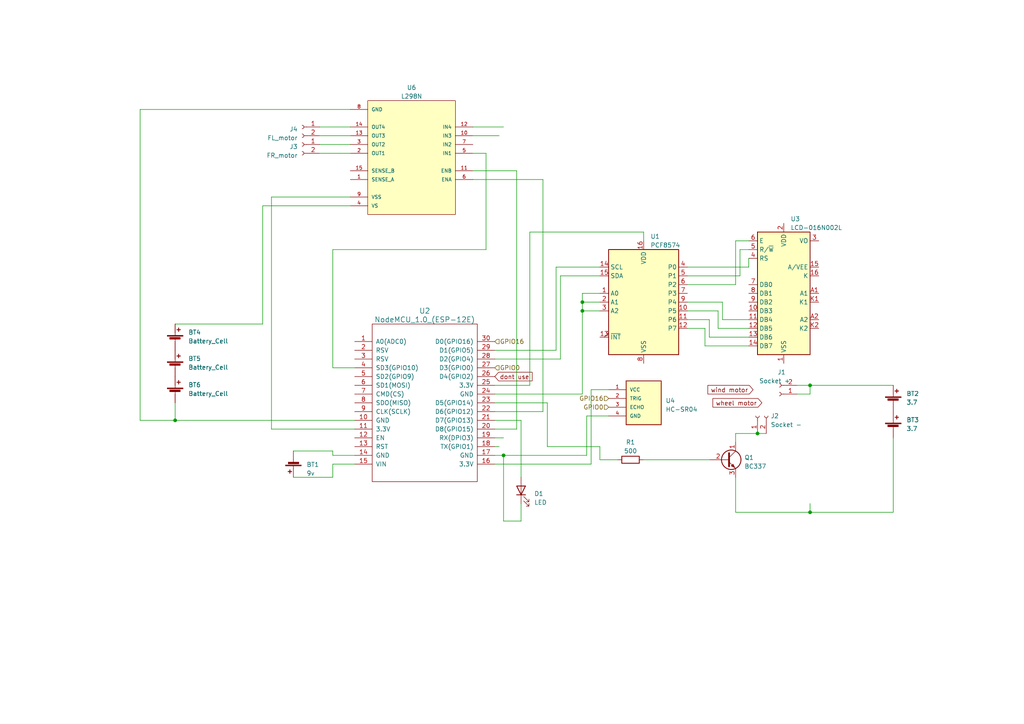
<source format=kicad_sch>
(kicad_sch (version 20230121) (generator eeschema)
  (paper "A4")
  (title_block (title "robot1") (date "2023-05-02") (rev "-") (company "aelde-eggs"))
  (lib_symbols
    (symbol "Connector:Conn_01x02_Socket" (pin_names (offset 1.016) hide)
      (property "Reference" "J" (at 0 2.54 0))
      (property "Value" "Conn_01x02_Socket" (at 0 -5.08 0))
      (symbol "Conn_01x02_Socket_1_1"
        (arc (start 0 -2.032) (mid -0.5058 -2.54) (end 0 -3.048) (stroke (width 0.1524)))
        (polyline (pts (xy -1.27 -2.54) (xy -0.508 -2.54)) (stroke (width 0.1524)))
        (polyline (pts (xy -1.27 0) (xy -0.508 0)) (stroke (width 0.1524)))
        (arc (start 0 0.508) (mid -0.5058 0) (end 0 -0.508) (stroke (width 0.1524)))
        (pin passive line (at -5.08 0 0) (length 3.81) (name "Pin_1") (number "1"))
        (pin passive line (at -5.08 -2.54 0) (length 3.81) (name "Pin_2") (number "2"))
      )
    )
    (symbol "Device:Battery_Cell" (pin_numbers hide) (pin_names (offset 0) hide)
      (property "Reference" "BT" (at 2.54 2.54 0))
      (property "Value" "Battery_Cell" (at 2.54 0 0))
      (symbol "Battery_Cell_0_1"
        (rectangle (start -2.286 1.778) (end 2.286 1.524) (fill (type outline)))
        (rectangle (start -1.5748 1.1938) (end 1.4732 0.6858) (fill (type outline)))
        (polyline (pts (xy 0 0.762) (xy 0 0)))
        (polyline (pts (xy 0 1.778) (xy 0 2.54)))
        (polyline (pts (xy 0.508 3.429) (xy 1.524 3.429)) (stroke (width 0.254)))
        (polyline (pts (xy 1.016 3.937) (xy 1.016 2.921)) (stroke (width 0.254)))
      )
      (symbol "Battery_Cell_1_1"
        (pin passive line (at 0 5.08 270) (length 2.54) (name "+") (number "1"))
        (pin passive line (at 0 -2.54 90) (length 2.54) (name "-") (number "2"))
      )
    )
    (symbol "Device:LED" (pin_numbers hide) (pin_names (offset 1.016) hide)
      (property "Reference" "D" (at 0 2.54 0))
      (property "Value" "LED" (at 0 -2.54 0))
      (symbol "LED_0_1"
        (polyline (pts (xy -1.27 -1.27) (xy -1.27 1.27)) (stroke (width 0.254)))
        (polyline (pts (xy -1.27 0) (xy 1.27 0)))
        (polyline (pts (xy 1.27 -1.27) (xy 1.27 1.27) (xy -1.27 0) (xy 1.27 -1.27)) (stroke (width 0.254)))
        (polyline (pts (xy -3.048 -0.762) (xy -4.572 -2.286) (xy -3.81 -2.286) (xy -4.572 -2.286) (xy -4.572 -1.524)))
        (polyline (pts (xy -1.778 -0.762) (xy -3.302 -2.286) (xy -2.54 -2.286) (xy -3.302 -2.286) (xy -3.302 -1.524)))
      )
      (symbol "LED_1_1"
        (pin passive line (at -3.81 0 0) (length 2.54) (name "K") (number "1"))
        (pin passive line (at 3.81 0 180) (length 2.54) (name "A") (number "2"))
      )
    )
    (symbol "Device:R" (pin_numbers hide) (pin_names (offset 0))
      (property "Reference" "R" (at 2.032 0 90))
      (property "Value" "R" (at 0 0 90))
      (symbol "R_0_1"
        (rectangle (start -1.016 -2.54) (end 1.016 2.54) (stroke (width 0.254)))
      )
      (symbol "R_1_1"
        (pin passive line (at 0 3.81 270) (length 1.27) (name "~") (number "1"))
        (pin passive line (at 0 -3.81 90) (length 1.27) (name "~") (number "2"))
      )
    )
    (symbol "Display_Character:LCD-016N002L"
      (property "Reference" "U" (at -6.35 18.796 0))
      (property "Value" "LCD-016N002L" (at 8.636 18.796 0))
      (symbol "LCD-016N002L_1_1"
        (rectangle (start -7.62 17.78) (end 7.62 -17.78) (stroke (width 0.254)) (fill (type background)))
        (pin power_in line (at 0 -20.32 90) (length 2.54) (name "VSS") (number "1"))
        (pin bidirectional line (at -10.16 -5.08 0) (length 2.54) (name "DB3") (number "10"))
        (pin bidirectional line (at -10.16 -7.62 0) (length 2.54) (name "DB4") (number "11"))
        (pin bidirectional line (at -10.16 -10.16 0) (length 2.54) (name "DB5") (number "12"))
        (pin bidirectional line (at -10.16 -12.7 0) (length 2.54) (name "DB6") (number "13"))
        (pin bidirectional line (at -10.16 -15.24 0) (length 2.54) (name "DB7") (number "14"))
        (pin power_in line (at 10.16 7.62 180) (length 2.54) (name "A/VEE") (number "15"))
        (pin power_in line (at 10.16 5.08 180) (length 2.54) (name "K") (number "16"))
        (pin power_in line (at 0 20.32 270) (length 2.54) (name "VDD") (number "2"))
        (pin input line (at 10.16 15.24 180) (length 2.54) (name "VO") (number "3"))
        (pin input line (at -10.16 10.16 0) (length 2.54) (name "RS") (number "4"))
        (pin input line (at -10.16 12.7 0) (length 2.54) (name "R/~{W}") (number "5"))
        (pin input line (at -10.16 15.24 0) (length 2.54) (name "E") (number "6"))
        (pin bidirectional line (at -10.16 2.54 0) (length 2.54) (name "DB0") (number "7"))
        (pin bidirectional line (at -10.16 0 0) (length 2.54) (name "DB1") (number "8"))
        (pin bidirectional line (at -10.16 -2.54 0) (length 2.54) (name "DB2") (number "9"))
        (pin power_in line (at 10.16 0 180) (length 2.54) (name "A1") (number "A1"))
        (pin power_in line (at 10.16 -7.62 180) (length 2.54) (name "A2") (number "A2"))
        (pin power_in line (at 10.16 -2.54 180) (length 2.54) (name "K1") (number "K1"))
        (pin power_in line (at 10.16 -10.16 180) (length 2.54) (name "K2") (number "K2"))
      )
    )
    (symbol "ESP8266:NodeMCU_1.0_(ESP-12E)" (pin_names (offset 1.016))
      (property "Reference" "U" (at 0 21.59 0))
      (property "Value" "NodeMCU_1.0_(ESP-12E)" (at 0 -21.59 0))
      (symbol "NodeMCU_1.0_(ESP-12E)_0_1"
        (rectangle (start -15.24 -22.86) (end 15.24 22.86))
      )
      (symbol "NodeMCU_1.0_(ESP-12E)_1_1"
        (pin input line (at -20.32 17.78 0) (length 5.08) (name "A0(ADC0)") (number "1"))
        (pin input line (at -20.32 -5.08 0) (length 5.08) (name "GND") (number "10"))
        (pin power_out line (at -20.32 -7.62 0) (length 5.08) (name "3.3V") (number "11"))
        (pin input line (at -20.32 -10.16 0) (length 5.08) (name "EN") (number "12"))
        (pin input line (at -20.32 -12.7 0) (length 5.08) (name "RST") (number "13"))
        (pin power_in line (at -20.32 -15.24 0) (length 5.08) (name "GND") (number "14"))
        (pin power_in line (at -20.32 -17.78 0) (length 5.08) (name "VIN") (number "15"))
        (pin power_out line (at 20.32 -17.78 180) (length 5.08) (name "3.3V") (number "16"))
        (pin power_in line (at 20.32 -15.24 180) (length 5.08) (name "GND") (number "17"))
        (pin bidirectional line (at 20.32 -12.7 180) (length 5.08) (name "TX(GPIO1)") (number "18"))
        (pin bidirectional line (at 20.32 -10.16 180) (length 5.08) (name "RX(DPIO3)") (number "19"))
        (pin input line (at -20.32 15.24 0) (length 5.08) (name "RSV") (number "2"))
        (pin bidirectional line (at 20.32 -7.62 180) (length 5.08) (name "D8(GPIO15)") (number "20"))
        (pin bidirectional line (at 20.32 -5.08 180) (length 5.08) (name "D7(GPIO13)") (number "21"))
        (pin bidirectional line (at 20.32 -2.54 180) (length 5.08) (name "D6(GPIO12)") (number "22"))
        (pin bidirectional line (at 20.32 0 180) (length 5.08) (name "D5(GPIO14)") (number "23"))
        (pin power_in line (at 20.32 2.54 180) (length 5.08) (name "GND") (number "24"))
        (pin power_out line (at 20.32 5.08 180) (length 5.08) (name "3.3V") (number "25"))
        (pin bidirectional line (at 20.32 7.62 180) (length 5.08) (name "D4(GPIO2)") (number "26"))
        (pin bidirectional line (at 20.32 10.16 180) (length 5.08) (name "D3(GPIO0)") (number "27"))
        (pin bidirectional line (at 20.32 12.7 180) (length 5.08) (name "D2(GPIO4)") (number "28"))
        (pin bidirectional line (at 20.32 15.24 180) (length 5.08) (name "D1(GPIO5)") (number "29"))
        (pin input line (at -20.32 12.7 0) (length 5.08) (name "RSV") (number "3"))
        (pin bidirectional line (at 20.32 17.78 180) (length 5.08) (name "D0(GPIO16)") (number "30"))
        (pin bidirectional line (at -20.32 10.16 0) (length 5.08) (name "SD3(GPIO10)") (number "4"))
        (pin bidirectional line (at -20.32 7.62 0) (length 5.08) (name "SD2(GPIO9)") (number "5"))
        (pin bidirectional line (at -20.32 5.08 0) (length 5.08) (name "SD1(MOSI)") (number "6"))
        (pin bidirectional line (at -20.32 2.54 0) (length 5.08) (name "CMD(CS)") (number "7"))
        (pin bidirectional line (at -20.32 0 0) (length 5.08) (name "SDO(MISO)") (number "8"))
        (pin bidirectional line (at -20.32 -2.54 0) (length 5.08) (name "CLK(SCLK)") (number "9"))
      )
    )
    (symbol "HC-SR04:HC-SR04" (pin_names (offset 1.016))
      (property "Reference" "U" (at 0 5.0813 0))
      (property "Value" "HC-SR04" (at 0 -10.163 0))
      (symbol "HC-SR04_0_0"
        (rectangle (start 0 -7.62) (end 10.16 5.08) (stroke (width 0.254)) (fill (type background)))
        (pin power_in line (at -5.08 2.54 0) (length 5.08) (name "VCC") (number "1"))
        (pin bidirectional line (at -5.08 0 0) (length 5.08) (name "TRIG") (number "2"))
        (pin bidirectional line (at -5.08 -2.54 0) (length 5.08) (name "ECHO") (number "3"))
        (pin power_in line (at -5.08 -5.08 0) (length 5.08) (name "GND") (number "4"))
      )
    )
    (symbol "Interface_Expansion:PCF8574"
      (property "Reference" "U" (at -8.89 16.51 0))
      (property "Value" "PCF8574" (at 2.54 16.51 0))
      (symbol "PCF8574_0_1"
        (rectangle (start -10.16 15.24) (end 10.16 -15.24) (stroke (width 0.254)) (fill (type background)))
      )
      (symbol "PCF8574_1_1"
        (pin input line (at -12.7 2.54 0) (length 2.54) (name "A0") (number "1"))
        (pin bidirectional line (at 12.7 -2.54 180) (length 2.54) (name "P5") (number "10"))
        (pin bidirectional line (at 12.7 -5.08 180) (length 2.54) (name "P6") (number "11"))
        (pin bidirectional line (at 12.7 -7.62 180) (length 2.54) (name "P7") (number "12"))
        (pin open_collector output_low (at -12.7 -10.16 0) (length 2.54) (name "~{INT}") (number "13"))
        (pin input line (at -12.7 10.16 0) (length 2.54) (name "SCL") (number "14"))
        (pin bidirectional line (at -12.7 7.62 0) (length 2.54) (name "SDA") (number "15"))
        (pin power_in line (at 0 17.78 270) (length 2.54) (name "VDD") (number "16"))
        (pin input line (at -12.7 0 0) (length 2.54) (name "A1") (number "2"))
        (pin input line (at -12.7 -2.54 0) (length 2.54) (name "A2") (number "3"))
        (pin bidirectional line (at 12.7 10.16 180) (length 2.54) (name "P0") (number "4"))
        (pin bidirectional line (at 12.7 7.62 180) (length 2.54) (name "P1") (number "5"))
        (pin bidirectional line (at 12.7 5.08 180) (length 2.54) (name "P2") (number "6"))
        (pin bidirectional line (at 12.7 2.54 180) (length 2.54) (name "P3") (number "7"))
        (pin power_in line (at 0 -17.78 90) (length 2.54) (name "VSS") (number "8"))
        (pin bidirectional line (at 12.7 0 180) (length 2.54) (name "P4") (number "9"))
      )
    )
    (symbol "L298N:L298N" (pin_names (offset 1.016))
      (property "Reference" "U" (at -12.7 20.32 0))
      (property "Value" "L298N" (at -12.7 -20.32 0))
      (symbol "L298N_0_0"
        (rectangle (start -12.7 -15.24) (end 12.7 17.78) (stroke (width 0.1524)) (fill (type background)))
        (pin passive line (at 17.78 7.62 180) (length 5.08) (name "SENSE_A") (number "1"))
        (pin input line (at -17.78 -5.08 0) (length 5.08) (name "IN3") (number "10"))
        (pin input line (at -17.78 5.08 0) (length 5.08) (name "ENB") (number "11"))
        (pin input line (at -17.78 -7.62 0) (length 5.08) (name "IN4") (number "12"))
        (pin output line (at 17.78 -5.08 180) (length 5.08) (name "OUT3") (number "13"))
        (pin output line (at 17.78 -7.62 180) (length 5.08) (name "OUT4") (number "14"))
        (pin passive line (at 17.78 5.08 180) (length 5.08) (name "SENSE_B") (number "15"))
        (pin output line (at 17.78 0 180) (length 5.08) (name "OUT1") (number "2"))
        (pin output line (at 17.78 -2.54 180) (length 5.08) (name "OUT2") (number "3"))
        (pin power_in line (at 17.78 15.24 180) (length 5.08) (name "VS") (number "4"))
        (pin input line (at -17.78 0 0) (length 5.08) (name "IN1") (number "5"))
        (pin input line (at -17.78 7.62 0) (length 5.08) (name "ENA") (number "6"))
        (pin input line (at -17.78 -2.54 0) (length 5.08) (name "IN2") (number "7"))
        (pin power_in line (at 17.78 -12.7 180) (length 5.08) (name "GND") (number "8"))
        (pin input line (at 17.78 12.7 180) (length 5.08) (name "VSS") (number "9"))
      )
    )
    (symbol "Transistor_BJT:BC337" (pin_names (offset 0) hide)
      (property "Reference" "Q" (at 5.08 1.905 0))
      (property "Value" "BC337" (at 5.08 0 0))
      (symbol "BC337_0_1"
        (polyline (pts (xy 0 0) (xy 0.635 0)))
        (polyline (pts (xy 0.635 0.635) (xy 2.54 2.54)))
        (polyline (pts (xy 0.635 -0.635) (xy 2.54 -2.54) (xy 2.54 -2.54)))
        (polyline (pts (xy 0.635 1.905) (xy 0.635 -1.905) (xy 0.635 -1.905)) (stroke (width 0.508)))
        (polyline (pts (xy 1.27 -1.778) (xy 1.778 -1.27) (xy 2.286 -2.286) (xy 1.27 -1.778) (xy 1.27 -1.778)) (fill (type outline)))
        (circle (center 1.27 0) (radius 2.8194) (stroke (width 0.254)))
      )
      (symbol "BC337_1_1"
        (pin passive line (at 2.54 5.08 270) (length 2.54) (name "C") (number "1"))
        (pin input line (at -5.08 0 0) (length 5.08) (name "B") (number "2"))
        (pin passive line (at 2.54 -5.08 90) (length 2.54) (name "E") (number "3"))
      )
    )
  )
  (junction (at 168.91 90.17))
  (junction (at 219.71 125.73))
  (junction (at 50.8 121.92))
  (junction (at 234.95 148.59))
  (junction (at 234.95 111.76))
  (junction (at 146.05 132.08))
  (junction (at 168.91 87.63))
  (wire (pts (xy 157.48 52.07) (xy 157.48 119.38)))
  (wire (pts (xy 153.67 111.76) (xy 153.67 67.31)))
  (wire (pts (xy 146.05 36.83) (xy 137.16 36.83)))
  (wire (pts (xy 96.52 72.39) (xy 140.97 72.39)))
  (wire (pts (xy 140.97 44.45) (xy 137.16 44.45)))
  (wire (pts (xy 149.86 49.53) (xy 149.86 124.46)))
  (wire (pts (xy 40.64 121.92) (xy 50.8 121.92)))
  (wire (pts (xy 186.69 133.35) (xy 205.74 133.35)))
  (wire (pts (xy 96.52 130.81) (xy 96.52 132.08)))
  (wire (pts (xy 143.51 134.62) (xy 171.45 134.62)))
  (wire (pts (xy 96.52 138.43) (xy 96.52 134.62)))
  (wire (pts (xy 96.52 134.62) (xy 102.87 134.62)))
  (wire (pts (xy 234.95 111.76) (xy 259.08 111.76)))
  (wire (pts (xy 151.13 121.92) (xy 143.51 121.92)))
  (wire (pts (xy 146.05 132.08) (xy 146.05 151.13)))
  (wire (pts (xy 219.71 125.73) (xy 222.25 125.73)))
  (wire (pts (xy 213.36 82.55) (xy 213.36 69.85)))
  (wire (pts (xy 40.64 31.75) (xy 40.64 121.92)))
  (wire (pts (xy 199.39 95.25) (xy 204.47 95.25)))
  (wire (pts (xy 143.51 129.54) (xy 144.78 129.54)))
  (wire (pts (xy 173.99 129.54) (xy 173.99 133.35)))
  (wire (pts (xy 204.47 95.25) (xy 204.47 100.33)))
  (wire (pts (xy 209.55 87.63) (xy 209.55 92.71)))
  (wire (pts (xy 149.86 124.46) (xy 143.51 124.46)))
  (wire (pts (xy 208.28 90.17) (xy 208.28 95.25)))
  (wire (pts (xy 143.51 127) (xy 146.05 127)))
  (wire (pts (xy 50.8 93.98) (xy 76.2 93.98)))
  (wire (pts (xy 234.95 111.76) (xy 234.95 114.3)))
  (wire (pts (xy 85.09 130.81) (xy 96.52 130.81)))
  (wire (pts (xy 143.51 116.84) (xy 158.75 116.84)))
  (wire (pts (xy 205.74 97.79) (xy 217.17 97.79)))
  (wire (pts (xy 143.51 119.38) (xy 157.48 119.38)))
  (wire (pts (xy 85.09 138.43) (xy 96.52 138.43)))
  (wire (pts (xy 137.16 52.07) (xy 157.48 52.07)))
  (wire (pts (xy 162.56 80.01) (xy 173.99 80.01)))
  (wire (pts (xy 92.71 36.83) (xy 101.6 36.83)))
  (wire (pts (xy 213.36 148.59) (xy 234.95 148.59)))
  (wire (pts (xy 199.39 77.47) (xy 217.17 77.47)))
  (wire (pts (xy 153.67 67.31) (xy 186.69 67.31)))
  (wire (pts (xy 92.71 39.37) (xy 101.6 39.37)))
  (wire (pts (xy 78.74 124.46) (xy 102.87 124.46)))
  (wire (pts (xy 92.71 44.45) (xy 101.6 44.45)))
  (wire (pts (xy 199.39 87.63) (xy 209.55 87.63)))
  (wire (pts (xy 259.08 148.59) (xy 234.95 148.59)))
  (wire (pts (xy 217.17 77.47) (xy 217.17 74.93)))
  (wire (pts (xy 168.91 90.17) (xy 168.91 114.3)))
  (wire (pts (xy 213.36 69.85) (xy 217.17 69.85)))
  (wire (pts (xy 213.36 128.27) (xy 213.36 125.73)))
  (wire (pts (xy 40.64 31.75) (xy 101.6 31.75)))
  (wire (pts (xy 213.36 125.73) (xy 219.71 125.73)))
  (wire (pts (xy 168.91 87.63) (xy 168.91 90.17)))
  (wire (pts (xy 170.18 120.65) (xy 176.53 120.65)))
  (wire (pts (xy 161.29 101.6) (xy 161.29 77.47)))
  (wire (pts (xy 199.39 80.01) (xy 214.63 80.01)))
  (wire (pts (xy 231.14 111.76) (xy 234.95 111.76)))
  (wire (pts (xy 78.74 57.15) (xy 78.74 124.46)))
  (wire (pts (xy 151.13 138.43) (xy 151.13 121.92)))
  (wire (pts (xy 50.8 116.84) (xy 50.8 121.92)))
  (wire (pts (xy 143.51 111.76) (xy 153.67 111.76)))
  (wire (pts (xy 92.71 41.91) (xy 101.6 41.91)))
  (wire (pts (xy 151.13 151.13) (xy 151.13 146.05)))
  (wire (pts (xy 78.74 57.15) (xy 101.6 57.15)))
  (wire (pts (xy 214.63 80.01) (xy 214.63 72.39)))
  (wire (pts (xy 170.18 132.08) (xy 170.18 120.65)))
  (wire (pts (xy 204.47 100.33) (xy 217.17 100.33)))
  (wire (pts (xy 76.2 59.69) (xy 76.2 93.98)))
  (wire (pts (xy 161.29 77.47) (xy 173.99 77.47)))
  (wire (pts (xy 171.45 134.62) (xy 171.45 113.03)))
  (wire (pts (xy 76.2 59.69) (xy 101.6 59.69)))
  (wire (pts (xy 158.75 116.84) (xy 158.75 129.54)))
  (wire (pts (xy 173.99 85.09) (xy 168.91 85.09)))
  (wire (pts (xy 143.51 104.14) (xy 162.56 104.14)))
  (wire (pts (xy 213.36 138.43) (xy 213.36 148.59)))
  (wire (pts (xy 168.91 90.17) (xy 173.99 90.17)))
  (wire (pts (xy 146.05 132.08) (xy 170.18 132.08)))
  (wire (pts (xy 146.05 151.13) (xy 151.13 151.13)))
  (wire (pts (xy 199.39 92.71) (xy 205.74 92.71)))
  (wire (pts (xy 143.51 101.6) (xy 161.29 101.6)))
  (wire (pts (xy 144.78 39.37) (xy 137.16 39.37)))
  (wire (pts (xy 186.69 67.31) (xy 186.69 69.85)))
  (wire (pts (xy 168.91 87.63) (xy 173.99 87.63)))
  (wire (pts (xy 214.63 72.39) (xy 217.17 72.39)))
  (wire (pts (xy 173.99 133.35) (xy 179.07 133.35)))
  (wire (pts (xy 158.75 129.54) (xy 173.99 129.54)))
  (wire (pts (xy 102.87 106.68) (xy 96.52 106.68)))
  (wire (pts (xy 143.51 132.08) (xy 146.05 132.08)))
  (wire (pts (xy 171.45 113.03) (xy 176.53 113.03)))
  (wire (pts (xy 162.56 104.14) (xy 162.56 80.01)))
  (wire (pts (xy 96.52 72.39) (xy 96.52 106.68)))
  (wire (pts (xy 234.95 148.59) (xy 234.95 146.05)))
  (wire (pts (xy 96.52 132.08) (xy 102.87 132.08)))
  (wire (pts (xy 208.28 95.25) (xy 217.17 95.25)))
  (wire (pts (xy 205.74 92.71) (xy 205.74 97.79)))
  (wire (pts (xy 234.95 114.3) (xy 231.14 114.3)))
  (wire (pts (xy 259.08 127) (xy 259.08 148.59)))
  (wire (pts (xy 168.91 85.09) (xy 168.91 87.63)))
  (wire (pts (xy 140.97 72.39) (xy 140.97 44.45)))
  (wire (pts (xy 50.8 121.92) (xy 102.87 121.92)))
  (wire (pts (xy 199.39 90.17) (xy 208.28 90.17)))
  (wire (pts (xy 137.16 49.53) (xy 149.86 49.53)))
  (wire (pts (xy 199.39 82.55) (xy 213.36 82.55)))
  (wire (pts (xy 168.91 114.3) (xy 143.51 114.3)))
  (wire (pts (xy 209.55 92.71) (xy 217.17 92.71)))
  (global_label "wind motor" (shape input) (at 218.44 113.03 180) (property "Intersheetrefs" "${INTERSHEET_REFS}" (effects hide)))
  (global_label "wheel motor" (shape input) (at 220.98 116.84 180) (property "Intersheetrefs" "${INTERSHEET_REFS}" (effects hide)))
  (global_label "dont use" (shape input) (at 143.51 109.22 0) (property "Intersheetrefs" "${INTERSHEET_REFS}" (effects hide)))
  (hierarchical_label "GPIO16" (shape input) (at 143.51 99.06 0))
  (hierarchical_label "GPIO0" (shape input) (at 143.51 106.68 0))
  (hierarchical_label "GPIO0" (shape input) (at 176.53 118.11 180))
  (hierarchical_label "GPIO16" (shape input) (at 176.53 115.57 180))
  (symbol (lib_id "Connector:Conn_01x02_Socket") (at 87.63 36.83 0) (mirror y) (unit 1)
    (property "Reference" "J4" (at 86.36 37.465 0) (effects (justify left)))
    (property "Value" "FL_motor" (at 86.36 40.005 0) (effects (justify left)))
    (property "Footprint" "Connector_PinSocket_1.00mm:PinSocket_1x02_P1.00mm_Vertical_SMD_Pin1Left" (effects hide))
  )
  (symbol (lib_id "Display_Character:LCD-016N002L") (at 227.33 85.09 0) (unit 1)
    (property "Reference" "U3" (at 229.2859 63.5 0) (effects (justify left)))
    (property "Value" "LCD-016N002L" (at 229.2859 66.04 0) (effects (justify left)))
    (property "Footprint" "Display:LCD-016N002L" (effects hide))
    (property "Datasheet" "http://www.vishay.com/docs/37299/37299.pdf" (effects hide))
  )
  (symbol (lib_id "ESP8266:NodeMCU_1.0_(ESP-12E)") (at 123.19 116.84 0) (unit 1)
    (property "Reference" "U2" (at 123.19 90.17 0) (effects (font (size 1.524 1.524))))
    (property "Value" "NodeMCU_1.0_(ESP-12E)" (at 123.19 92.71 0) (effects (font (size 1.524 1.524))))
    (property "Footprint" "ESP8266:NodeMCU-LoLinV3" (effects hide))
  )
  (symbol (lib_id "Device:R") (at 182.88 133.35 90) (unit 1)
    (property "Reference" "R1" (at 182.88 128.27 90))
    (property "Value" "500" (at 182.88 130.81 90))
    (property "Footprint" "Resistor_THT:R_Axial_DIN0204_L3.6mm_D1.6mm_P2.54mm_Vertical" (effects hide))
  )
  (symbol (lib_id "Device:Battery_Cell") (at 259.08 116.84 0) (unit 1)
    (property "Reference" "BT2" (at 262.89 114.173 0) (effects (justify left)))
    (property "Value" "3.7" (at 262.89 116.713 0) (effects (justify left)))
    (property "Footprint" "Battery:BatteryHolder_Keystone_1042_1x18650" (effects hide))
  )
  (symbol (lib_id "L298N:L298N") (at 119.38 44.45 180) (unit 1)
    (property "Reference" "U6" (at 119.38 25.4 0))
    (property "Value" "L298N" (at 119.38 27.94 0))
    (property "Footprint" "Package_TO_SOT_THT:TO-220-15_P2.54x2.54mm_StaggerEven_Lead4.58mm_Vertical" (effects hide))
    (property "STANDARD" "IPC-7351B" (effects hide))
    (property "MAXIMUM_PACKAGE_HEIGHT" "5.0mm" (effects hide))
    (property "MANUFACTURER" "STMicroelectronics" (effects hide))
  )
  (symbol (lib_id "Connector:Conn_01x02_Socket") (at 219.71 120.65 90) (unit 1)
    (property "Reference" "J2" (at 223.52 120.65 90) (effects (justify right)))
    (property "Value" "Socket -" (at 223.52 123.19 90) (effects (justify right)))
    (property "Footprint" "Connector_PinSocket_1.00mm:PinSocket_1x02_P1.00mm_Vertical_SMD_Pin1Left" (effects hide))
  )
  (symbol (lib_id "Device:Battery_Cell") (at 50.8 106.68 0) (unit 1)
    (property "Reference" "BT5" (at 54.61 104.013 0) (effects (justify left)))
    (property "Value" "Battery_Cell" (at 54.61 106.553 0) (effects (justify left)))
    (property "Footprint" "Battery:BatteryHolder_Keystone_1042_1x18650" (effects hide))
  )
  (symbol (lib_id "Connector:Conn_01x02_Socket") (at 226.06 114.3 180) (unit 1)
    (property "Reference" "J1" (at 226.695 107.95 0))
    (property "Value" "Socket +" (at 224.695 110.49 0))
    (property "Footprint" "Connector_PinSocket_1.00mm:PinSocket_1x02_P1.00mm_Vertical_SMD_Pin1Left" (effects hide))
  )
  (symbol (lib_id "Transistor_BJT:BC337") (at 210.82 133.35 0) (unit 1)
    (property "Reference" "Q1" (at 215.9 132.715 0) (effects (justify left)))
    (property "Value" "BC337" (at 215.9 135.255 0) (effects (justify left)))
    (property "Footprint" "Package_TO_SOT_THT:TO-92_Inline" (effects hide))
    (property "Datasheet" "https://diotec.com/tl_files/diotec/files/pdf/datasheets/bc337.pdf" (effects hide))
  )
  (symbol (lib_id "Device:Battery_Cell") (at 85.09 133.35 180) (unit 1)
    (property "Reference" "BT1" (at 88.9 134.747 0) (effects (justify right)))
    (property "Value" "9v" (at 88.9 137.287 0) (effects (justify right)))
    (property "Footprint" "Battery:BatteryHolder_Eagle_12BH611-GR" (effects hide))
  )
  (symbol (lib_id "Interface_Expansion:PCF8574") (at 186.69 87.63 0) (unit 1)
    (property "Reference" "U1" (at 188.6459 68.58 0) (effects (justify left)))
    (property "Value" "PCF8574" (at 188.6459 71.12 0) (effects (justify left)))
    (property "Footprint" "PCF8574:DIL16" (effects hide))
    (property "Datasheet" "http://www.nxp.com/documents/data_sheet/PCF8574_PCF8574A.pdf" (effects hide))
  )
  (symbol (lib_id "Device:Battery_Cell") (at 50.8 99.06 0) (unit 1)
    (property "Reference" "BT4" (at 54.61 96.393 0) (effects (justify left)))
    (property "Value" "Battery_Cell" (at 54.61 98.933 0) (effects (justify left)))
    (property "Footprint" "Battery:BatteryHolder_Keystone_1042_1x18650" (effects hide))
  )
  (symbol (lib_id "Connector:Conn_01x02_Socket") (at 87.63 41.91 0) (mirror y) (unit 1)
    (property "Reference" "J3" (at 86.36 42.545 0) (effects (justify left)))
    (property "Value" "FR_motor" (at 86.36 45.085 0) (effects (justify left)))
    (property "Footprint" "Connector_PinSocket_1.00mm:PinSocket_1x02_P1.00mm_Vertical_SMD_Pin1Left" (effects hide))
  )
  (symbol (lib_id "Device:LED") (at 151.13 142.24 90) (unit 1)
    (property "Reference" "D1" (at 154.94 143.1925 90) (effects (justify right)))
    (property "Value" "LED" (at 154.94 145.7325 90) (effects (justify right)))
    (property "Footprint" "LED_THT:LED_D3.0mm_Horizontal_O1.27mm_Z2.0mm" (effects hide))
  )
  (symbol (lib_id "Device:Battery_Cell") (at 50.8 114.3 0) (unit 1)
    (property "Reference" "BT6" (at 54.61 111.633 0) (effects (justify left)))
    (property "Value" "Battery_Cell" (at 54.61 114.173 0) (effects (justify left)))
    (property "Footprint" "Battery:BatteryHolder_Keystone_1042_1x18650" (effects hide))
  )
  (symbol (lib_id "HC-SR04:HC-SR04") (at 181.61 115.57 0) (unit 1)
    (property "Reference" "U4" (at 193.04 116.205 0) (effects (justify left)))
    (property "Value" "HC-SR04" (at 193.04 118.745 0) (effects (justify left)))
    (property "Footprint" "HC-SR04:HC-SR04" (effects hide))
    (property "MANUFACTURER" "Osepp" (effects hide))
  )
  (symbol (lib_id "Device:Battery_Cell") (at 259.08 124.46 0) (unit 1)
    (property "Reference" "BT3" (at 262.89 121.793 0) (effects (justify left)))
    (property "Value" "3.7" (at 262.89 124.333 0) (effects (justify left)))
    (property "Footprint" "Battery:BatteryHolder_Keystone_1042_1x18650" (effects hide))
  )
)
</source>
